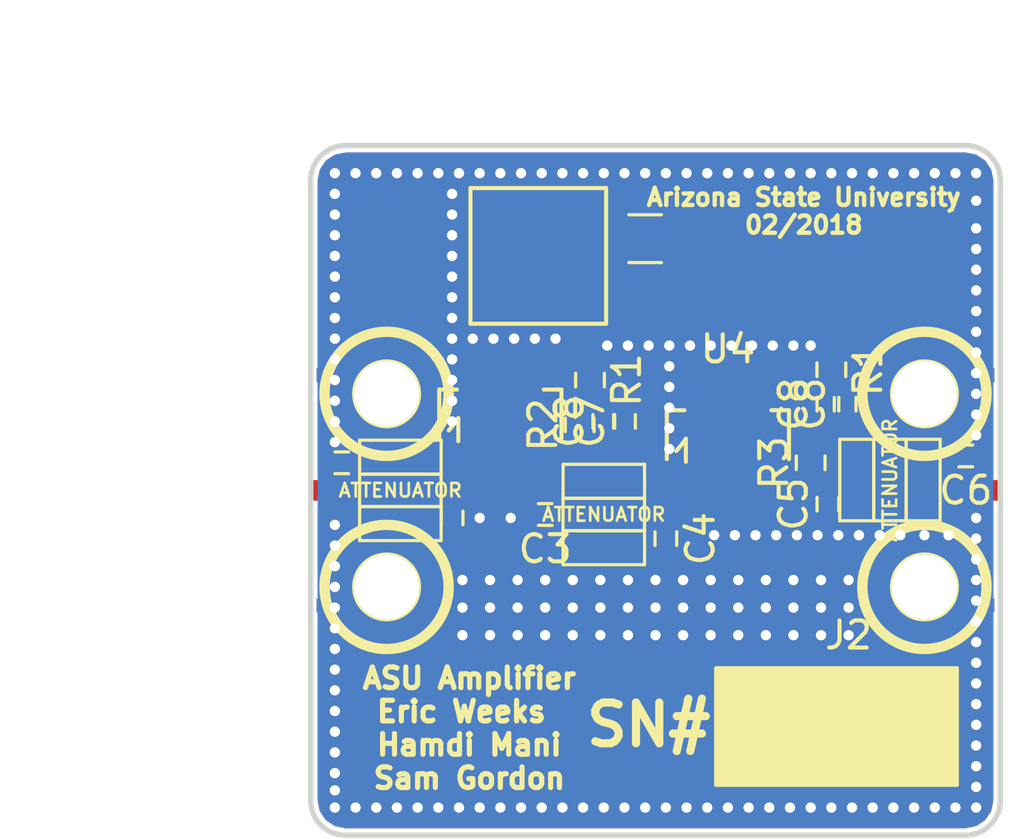
<source format=kicad_pcb>
(kicad_pcb (version 4) (host pcbnew 4.0.6)
  (layers (0 Top signal) (31 Bottom signal hide) (36 B.SilkS user) (37 F.SilkS user) (38 B.Mask user hide) (39 F.Mask user) (44 Edge.Cuts user))
  (net 0 "")
  (net 1 "Net-(C1-Pad1)")
  (net 2 "Net-(C1-Pad2)")
  (net 3 "Net-(C2-Pad1)")
  (net 4 "Net-(C2-Pad2)")
  (net 5 "Net-(C3-Pad1)")
  (net 6 "Net-(C3-Pad2)")
  (net 7 GND)
  (net 8 "Net-(C5-Pad1)")
  (net 9 "Net-(C6-Pad1)")
  (net 10 "Net-(C4-Pad1)")
  (net 11 "Net-(C4-Pad2)")
  (net 12 "Net-(C6-Pad2)")
  (net 13 "Net-(J3-Pad1)")
  (net 14 "Net-(C5-Pad2)")
  (net 15 "Net-(C7-Pad2)")
  (module EricWeeksFootprints:MountingHole (layer Top) (at 127.889 79.629 90)
    (fp_text reference "" hide)
    (fp_text value P*** hide)
    (pad 1 thru_hole circle (at 0 0 90) (size 0.508 0.508) (drill 0.381) (layers *.Cu *.Mask) (net 7 GND))
  )
  (module EricWeeksFootprints:MountingHole (layer Top) (at 136.017 62.992 90)
    (fp_text reference "" hide)
    (fp_text value P*** hide)
    (pad 1 thru_hole circle (at 0 0 90) (size 0.508 0.508) (drill 0.381) (layers *.Cu *.Mask) (net 7 GND))
  )
  (module EricWeeksFootprints:MountingHole (layer Top) (at 135.255 62.992 90)
    (fp_text reference "" hide)
    (fp_text value P*** hide)
    (pad 1 thru_hole circle (at 0 0 90) (size 0.508 0.508) (drill 0.381) (layers *.Cu *.Mask) (net 7 GND))
  )
  (module EricWeeksFootprints:MountingHole (layer Top) (at 134.493 62.992 90)
    (fp_text reference "" hide)
    (fp_text value P*** hide)
    (pad 1 thru_hole circle (at 0 0 90) (size 0.508 0.508) (drill 0.381) (layers *.Cu *.Mask) (net 7 GND))
  )
  (module EricWeeksFootprints:MountingHole (layer Top) (at 133.731 62.992 90)
    (fp_text reference "" hide)
    (fp_text value P*** hide)
    (pad 1 thru_hole circle (at 0 0 90) (size 0.508 0.508) (drill 0.381) (layers *.Cu *.Mask) (net 7 GND))
  )
  (module EricWeeksFootprints:MountingHole (layer Top) (at 132.969 62.992 90)
    (fp_text reference "" hide)
    (fp_text value P*** hide)
    (pad 1 thru_hole circle (at 0 0 90) (size 0.508 0.508) (drill 0.381) (layers *.Cu *.Mask) (net 7 GND))
  )
  (module EricWeeksFootprints:MountingHole (layer Top) (at 146.812 73.914 90)
    (fp_text reference "" hide)
    (fp_text value P*** hide)
    (pad 1 thru_hole circle (at 0 0 90) (size 0.508 0.508) (drill 0.381) (layers *.Cu *.Mask) (net 7 GND))
  )
  (module EricWeeksFootprints:MountingHole (layer Top) (at 145.796 73.914 90)
    (fp_text reference "" hide)
    (fp_text value P*** hide)
    (pad 1 thru_hole circle (at 0 0 90) (size 0.508 0.508) (drill 0.381) (layers *.Cu *.Mask) (net 7 GND))
  )
  (module EricWeeksFootprints:MountingHole (layer Top) (at 144.78 73.914 90)
    (fp_text reference "" hide)
    (fp_text value P*** hide)
    (pad 1 thru_hole circle (at 0 0 90) (size 0.508 0.508) (drill 0.381) (layers *.Cu *.Mask) (net 7 GND))
  )
  (module EricWeeksFootprints:MountingHole (layer Top) (at 143.764 73.914 90)
    (fp_text reference "" hide)
    (fp_text value P*** hide)
    (pad 1 thru_hole circle (at 0 0 90) (size 0.508 0.508) (drill 0.381) (layers *.Cu *.Mask) (net 7 GND))
  )
  (module EricWeeksFootprints:MountingHole (layer Top) (at 142.748 73.914 90)
    (fp_text reference "" hide)
    (fp_text value P*** hide)
    (pad 1 thru_hole circle (at 0 0 90) (size 0.508 0.508) (drill 0.381) (layers *.Cu *.Mask) (net 7 GND))
  )
  (module EricWeeksFootprints:MountingHole (layer Top) (at 141.732 73.914 90)
    (fp_text reference "" hide)
    (fp_text value P*** hide)
    (pad 1 thru_hole circle (at 0 0 90) (size 0.508 0.508) (drill 0.381) (layers *.Cu *.Mask) (net 7 GND))
  )
  (module EricWeeksFootprints:MountingHole (layer Top) (at 140.716 73.914 90)
    (fp_text reference "" hide)
    (fp_text value P*** hide)
    (pad 1 thru_hole circle (at 0 0 90) (size 0.508 0.508) (drill 0.381) (layers *.Cu *.Mask) (net 7 GND))
  )
  (module EricWeeksFootprints:MountingHole (layer Top) (at 139.7 73.914 90)
    (fp_text reference "" hide)
    (fp_text value P*** hide)
    (pad 1 thru_hole circle (at 0 0 90) (size 0.508 0.508) (drill 0.381) (layers *.Cu *.Mask) (net 7 GND))
  )
  (module EricWeeksFootprints:MountingHole (layer Top) (at 138.684 73.914 90)
    (fp_text reference "" hide)
    (fp_text value P*** hide)
    (pad 1 thru_hole circle (at 0 0 90) (size 0.508 0.508) (drill 0.381) (layers *.Cu *.Mask) (net 7 GND))
  )
  (module EricWeeksFootprints:MountingHole (layer Top) (at 137.668 73.914 90)
    (fp_text reference "" hide)
    (fp_text value P*** hide)
    (pad 1 thru_hole circle (at 0 0 90) (size 0.508 0.508) (drill 0.381) (layers *.Cu *.Mask) (net 7 GND))
  )
  (module EricWeeksFootprints:MountingHole (layer Top) (at 136.652 73.914 90)
    (fp_text reference "" hide)
    (fp_text value P*** hide)
    (pad 1 thru_hole circle (at 0 0 90) (size 0.508 0.508) (drill 0.381) (layers *.Cu *.Mask) (net 7 GND))
  )
  (module EricWeeksFootprints:MountingHole (layer Top) (at 135.636 73.914 90)
    (fp_text reference "" hide)
    (fp_text value P*** hide)
    (pad 1 thru_hole circle (at 0 0 90) (size 0.508 0.508) (drill 0.381) (layers *.Cu *.Mask) (net 7 GND))
  )
  (module EricWeeksFootprints:MountingHole (layer Top) (at 134.62 73.914 90)
    (fp_text reference "" hide)
    (fp_text value P*** hide)
    (pad 1 thru_hole circle (at 0 0 90) (size 0.508 0.508) (drill 0.381) (layers *.Cu *.Mask) (net 7 GND))
  )
  (module EricWeeksFootprints:MountingHole (layer Top) (at 133.604 73.914 90)
    (fp_text reference "" hide)
    (fp_text value P*** hide)
    (pad 1 thru_hole circle (at 0 0 90) (size 0.508 0.508) (drill 0.381) (layers *.Cu *.Mask) (net 7 GND))
  )
  (module EricWeeksFootprints:MountingHole (layer Top) (at 132.588 73.914 90)
    (fp_text reference "" hide)
    (fp_text value P*** hide)
    (pad 1 thru_hole circle (at 0 0 90) (size 0.508 0.508) (drill 0.381) (layers *.Cu *.Mask) (net 7 GND))
  )
  (module EricWeeksFootprints:MountingHole (layer Top) (at 146.812 72.898 90)
    (fp_text reference "" hide)
    (fp_text value P*** hide)
    (pad 1 thru_hole circle (at 0 0 90) (size 0.508 0.508) (drill 0.381) (layers *.Cu *.Mask) (net 7 GND))
  )
  (module EricWeeksFootprints:MountingHole (layer Top) (at 145.796 72.898 90)
    (fp_text reference "" hide)
    (fp_text value P*** hide)
    (pad 1 thru_hole circle (at 0 0 90) (size 0.508 0.508) (drill 0.381) (layers *.Cu *.Mask) (net 7 GND))
  )
  (module EricWeeksFootprints:MountingHole (layer Top) (at 144.78 72.898 90)
    (fp_text reference "" hide)
    (fp_text value P*** hide)
    (pad 1 thru_hole circle (at 0 0 90) (size 0.508 0.508) (drill 0.381) (layers *.Cu *.Mask) (net 7 GND))
  )
  (module EricWeeksFootprints:MountingHole (layer Top) (at 143.764 72.898 90)
    (fp_text reference "" hide)
    (fp_text value P*** hide)
    (pad 1 thru_hole circle (at 0 0 90) (size 0.508 0.508) (drill 0.381) (layers *.Cu *.Mask) (net 7 GND))
  )
  (module EricWeeksFootprints:MountingHole (layer Top) (at 142.748 72.898 90)
    (fp_text reference "" hide)
    (fp_text value P*** hide)
    (pad 1 thru_hole circle (at 0 0 90) (size 0.508 0.508) (drill 0.381) (layers *.Cu *.Mask) (net 7 GND))
  )
  (module EricWeeksFootprints:MountingHole (layer Top) (at 141.732 72.898 90)
    (fp_text reference "" hide)
    (fp_text value P*** hide)
    (pad 1 thru_hole circle (at 0 0 90) (size 0.508 0.508) (drill 0.381) (layers *.Cu *.Mask) (net 7 GND))
  )
  (module EricWeeksFootprints:MountingHole (layer Top) (at 140.716 72.898 90)
    (fp_text reference "" hide)
    (fp_text value P*** hide)
    (pad 1 thru_hole circle (at 0 0 90) (size 0.508 0.508) (drill 0.381) (layers *.Cu *.Mask) (net 7 GND))
  )
  (module EricWeeksFootprints:MountingHole (layer Top) (at 139.7 72.898 90)
    (fp_text reference "" hide)
    (fp_text value P*** hide)
    (pad 1 thru_hole circle (at 0 0 90) (size 0.508 0.508) (drill 0.381) (layers *.Cu *.Mask) (net 7 GND))
  )
  (module EricWeeksFootprints:MountingHole (layer Top) (at 138.684 72.898 90)
    (fp_text reference "" hide)
    (fp_text value P*** hide)
    (pad 1 thru_hole circle (at 0 0 90) (size 0.508 0.508) (drill 0.381) (layers *.Cu *.Mask) (net 7 GND))
  )
  (module EricWeeksFootprints:MountingHole (layer Top) (at 137.668 72.898 90)
    (fp_text reference "" hide)
    (fp_text value P*** hide)
    (pad 1 thru_hole circle (at 0 0 90) (size 0.508 0.508) (drill 0.381) (layers *.Cu *.Mask) (net 7 GND))
  )
  (module EricWeeksFootprints:MountingHole (layer Top) (at 136.652 72.898 90)
    (fp_text reference "" hide)
    (fp_text value P*** hide)
    (pad 1 thru_hole circle (at 0 0 90) (size 0.508 0.508) (drill 0.381) (layers *.Cu *.Mask) (net 7 GND))
  )
  (module EricWeeksFootprints:MountingHole (layer Top) (at 135.636 72.898 90)
    (fp_text reference "" hide)
    (fp_text value P*** hide)
    (pad 1 thru_hole circle (at 0 0 90) (size 0.508 0.508) (drill 0.381) (layers *.Cu *.Mask) (net 7 GND))
  )
  (module EricWeeksFootprints:MountingHole (layer Top) (at 134.62 72.898 90)
    (fp_text reference "" hide)
    (fp_text value P*** hide)
    (pad 1 thru_hole circle (at 0 0 90) (size 0.508 0.508) (drill 0.381) (layers *.Cu *.Mask) (net 7 GND))
  )
  (module EricWeeksFootprints:MountingHole (layer Top) (at 133.604 72.898 90)
    (fp_text reference "" hide)
    (fp_text value P*** hide)
    (pad 1 thru_hole circle (at 0 0 90) (size 0.508 0.508) (drill 0.381) (layers *.Cu *.Mask) (net 7 GND))
  )
  (module EricWeeksFootprints:MountingHole (layer Top) (at 132.588 72.898 90)
    (fp_text reference "" hide)
    (fp_text value P*** hide)
    (pad 1 thru_hole circle (at 0 0 90) (size 0.508 0.508) (drill 0.381) (layers *.Cu *.Mask) (net 7 GND))
  )
  (module EricWeeksFootprints:MountingHole (layer Top) (at 146.812 71.882 90)
    (fp_text reference "" hide)
    (fp_text value P*** hide)
    (pad 1 thru_hole circle (at 0 0 90) (size 0.508 0.508) (drill 0.381) (layers *.Cu *.Mask) (net 7 GND))
  )
  (module EricWeeksFootprints:MountingHole (layer Top) (at 145.796 71.882 90)
    (fp_text reference "" hide)
    (fp_text value P*** hide)
    (pad 1 thru_hole circle (at 0 0 90) (size 0.508 0.508) (drill 0.381) (layers *.Cu *.Mask) (net 7 GND))
  )
  (module EricWeeksFootprints:MountingHole (layer Top) (at 144.78 71.882 90)
    (fp_text reference "" hide)
    (fp_text value P*** hide)
    (pad 1 thru_hole circle (at 0 0 90) (size 0.508 0.508) (drill 0.381) (layers *.Cu *.Mask) (net 7 GND))
  )
  (module EricWeeksFootprints:MountingHole (layer Top) (at 143.764 71.882 90)
    (fp_text reference "" hide)
    (fp_text value P*** hide)
    (pad 1 thru_hole circle (at 0 0 90) (size 0.508 0.508) (drill 0.381) (layers *.Cu *.Mask) (net 7 GND))
  )
  (module EricWeeksFootprints:MountingHole (layer Top) (at 142.748 71.882 90)
    (fp_text reference "" hide)
    (fp_text value P*** hide)
    (pad 1 thru_hole circle (at 0 0 90) (size 0.508 0.508) (drill 0.381) (layers *.Cu *.Mask) (net 7 GND))
  )
  (module EricWeeksFootprints:MountingHole (layer Top) (at 141.732 71.882 90)
    (fp_text reference "" hide)
    (fp_text value P*** hide)
    (pad 1 thru_hole circle (at 0 0 90) (size 0.508 0.508) (drill 0.381) (layers *.Cu *.Mask) (net 7 GND))
  )
  (module EricWeeksFootprints:MountingHole (layer Top) (at 140.716 71.882 90)
    (fp_text reference "" hide)
    (fp_text value P*** hide)
    (pad 1 thru_hole circle (at 0 0 90) (size 0.508 0.508) (drill 0.381) (layers *.Cu *.Mask) (net 7 GND))
  )
  (module EricWeeksFootprints:MountingHole (layer Top) (at 139.7 71.882 90)
    (fp_text reference "" hide)
    (fp_text value P*** hide)
    (pad 1 thru_hole circle (at 0 0 90) (size 0.508 0.508) (drill 0.381) (layers *.Cu *.Mask) (net 7 GND))
  )
  (module EricWeeksFootprints:MountingHole (layer Top) (at 138.684 71.882 90)
    (fp_text reference "" hide)
    (fp_text value P*** hide)
    (pad 1 thru_hole circle (at 0 0 90) (size 0.508 0.508) (drill 0.381) (layers *.Cu *.Mask) (net 7 GND))
  )
  (module EricWeeksFootprints:MountingHole (layer Top) (at 137.668 71.882 90)
    (fp_text reference "" hide)
    (fp_text value P*** hide)
    (pad 1 thru_hole circle (at 0 0 90) (size 0.508 0.508) (drill 0.381) (layers *.Cu *.Mask) (net 7 GND))
  )
  (module EricWeeksFootprints:MountingHole (layer Top) (at 136.652 71.882 90)
    (fp_text reference "" hide)
    (fp_text value P*** hide)
    (pad 1 thru_hole circle (at 0 0 90) (size 0.508 0.508) (drill 0.381) (layers *.Cu *.Mask) (net 7 GND))
  )
  (module EricWeeksFootprints:MountingHole (layer Top) (at 135.636 71.882 90)
    (fp_text reference "" hide)
    (fp_text value P*** hide)
    (pad 1 thru_hole circle (at 0 0 90) (size 0.508 0.508) (drill 0.381) (layers *.Cu *.Mask) (net 7 GND))
  )
  (module EricWeeksFootprints:MountingHole (layer Top) (at 134.62 71.882 90)
    (fp_text reference "" hide)
    (fp_text value P*** hide)
    (pad 1 thru_hole circle (at 0 0 90) (size 0.508 0.508) (drill 0.381) (layers *.Cu *.Mask) (net 7 GND))
  )
  (module EricWeeksFootprints:MountingHole (layer Top) (at 133.604 71.882 90)
    (fp_text reference "" hide)
    (fp_text value P*** hide)
    (pad 1 thru_hole circle (at 0 0 90) (size 0.508 0.508) (drill 0.381) (layers *.Cu *.Mask) (net 7 GND))
  )
  (module EricWeeksFootprints:MountingHole (layer Top) (at 132.588 71.882 90)
    (fp_text reference "" hide)
    (fp_text value P*** hide)
    (pad 1 thru_hole circle (at 0 0 90) (size 0.508 0.508) (drill 0.381) (layers *.Cu *.Mask) (net 7 GND))
  )
  (module EricWeeksFootprints:MountingHole (layer Top) (at 140.208 67.056 90)
    (fp_text reference "" hide)
    (fp_text value P*** hide)
    (pad 1 thru_hole circle (at 0 0 90) (size 0.508 0.508) (drill 0.381) (layers *.Cu *.Mask) (net 7 GND))
  )
  (module EricWeeksFootprints:MountingHole (layer Top) (at 140.208 66.294 90)
    (fp_text reference "" hide)
    (fp_text value P*** hide)
    (pad 1 thru_hole circle (at 0 0 90) (size 0.508 0.508) (drill 0.381) (layers *.Cu *.Mask) (net 7 GND))
  )
  (module EricWeeksFootprints:MountingHole (layer Top) (at 140.208 65.532 90)
    (fp_text reference "" hide)
    (fp_text value P*** hide)
    (pad 1 thru_hole circle (at 0 0 90) (size 0.508 0.508) (drill 0.381) (layers *.Cu *.Mask) (net 7 GND))
  )
  (module EricWeeksFootprints:MountingHole (layer Top) (at 140.208 64.77 90)
    (fp_text reference "" hide)
    (fp_text value P*** hide)
    (pad 1 thru_hole circle (at 0 0 90) (size 0.508 0.508) (drill 0.381) (layers *.Cu *.Mask) (net 7 GND))
  )
  (module EricWeeksFootprints:MountingHole (layer Top) (at 140.208 64.008 90)
    (fp_text reference "" hide)
    (fp_text value P*** hide)
    (pad 1 thru_hole circle (at 0 0 90) (size 0.508 0.508) (drill 0.381) (layers *.Cu *.Mask) (net 7 GND))
  )
  (module EricWeeksFootprints:MountingHole (layer Top) (at 150.495 70.231 90)
    (fp_text reference "" hide)
    (fp_text value P*** hide)
    (pad 1 thru_hole circle (at 0 0 90) (size 0.508 0.508) (drill 0.381) (layers *.Cu *.Mask) (net 7 GND))
  )
  (module EricWeeksFootprints:MountingHole (layer Top) (at 149.606 70.231 90)
    (fp_text reference "" hide)
    (fp_text value P*** hide)
    (pad 1 thru_hole circle (at 0 0 90) (size 0.508 0.508) (drill 0.381) (layers *.Cu *.Mask) (net 7 GND))
  )
  (module EricWeeksFootprints:MountingHole (layer Top) (at 148.717 70.231 90)
    (fp_text reference "" hide)
    (fp_text value P*** hide)
    (pad 1 thru_hole circle (at 0 0 90) (size 0.508 0.508) (drill 0.381) (layers *.Cu *.Mask) (net 7 GND))
  )
  (module EricWeeksFootprints:MountingHole (layer Top) (at 147.955 70.231 90)
    (fp_text reference "" hide)
    (fp_text value P*** hide)
    (pad 1 thru_hole circle (at 0 0 90) (size 0.508 0.508) (drill 0.381) (layers *.Cu *.Mask) (net 7 GND))
  )
  (module EricWeeksFootprints:MountingHole (layer Top) (at 147.193 70.231 90)
    (fp_text reference "" hide)
    (fp_text value P*** hide)
    (pad 1 thru_hole circle (at 0 0 90) (size 0.508 0.508) (drill 0.381) (layers *.Cu *.Mask) (net 7 GND))
  )
  (module EricWeeksFootprints:MountingHole (layer Top) (at 146.431 70.231 90)
    (fp_text reference "" hide)
    (fp_text value P*** hide)
    (pad 1 thru_hole circle (at 0 0 90) (size 0.508 0.508) (drill 0.381) (layers *.Cu *.Mask) (net 7 GND))
  )
  (module EricWeeksFootprints:MountingHole (layer Top) (at 145.669 70.231 90)
    (fp_text reference "" hide)
    (fp_text value P*** hide)
    (pad 1 thru_hole circle (at 0 0 90) (size 0.508 0.508) (drill 0.381) (layers *.Cu *.Mask) (net 7 GND))
  )
  (module EricWeeksFootprints:MountingHole (layer Top) (at 144.907 70.231 90)
    (fp_text reference "" hide)
    (fp_text value P*** hide)
    (pad 1 thru_hole circle (at 0 0 90) (size 0.508 0.508) (drill 0.381) (layers *.Cu *.Mask) (net 7 GND))
  )
  (module EricWeeksFootprints:MountingHole (layer Top) (at 144.145 70.231 90)
    (fp_text reference "" hide)
    (fp_text value P*** hide)
    (pad 1 thru_hole circle (at 0 0 90) (size 0.508 0.508) (drill 0.381) (layers *.Cu *.Mask) (net 7 GND))
  )
  (module EricWeeksFootprints:MountingHole (layer Top) (at 143.383 70.231 90)
    (fp_text reference "" hide)
    (fp_text value P*** hide)
    (pad 1 thru_hole circle (at 0 0 90) (size 0.508 0.508) (drill 0.381) (layers *.Cu *.Mask) (net 7 GND))
  )
  (module EricWeeksFootprints:MountingHole (layer Top) (at 142.621 70.231 90)
    (fp_text reference "" hide)
    (fp_text value P*** hide)
    (pad 1 thru_hole circle (at 0 0 90) (size 0.508 0.508) (drill 0.381) (layers *.Cu *.Mask) (net 7 GND))
  )
  (module EricWeeksFootprints:MountingHole (layer Top) (at 141.859 70.231 90)
    (fp_text reference "" hide)
    (fp_text value P*** hide)
    (pad 1 thru_hole circle (at 0 0 90) (size 0.508 0.508) (drill 0.381) (layers *.Cu *.Mask) (net 7 GND))
  )
  (module EricWeeksFootprints:MountingHole (layer Top) (at 134.366 69.596 90)
    (fp_text reference "" hide)
    (fp_text value P*** hide)
    (pad 1 thru_hole circle (at 0 0 90) (size 0.508 0.508) (drill 0.381) (layers *.Cu *.Mask) (net 7 GND))
  )
  (module EricWeeksFootprints:MountingHole (layer Top) (at 133.223 69.596 90)
    (fp_text reference "" hide)
    (fp_text value P*** hide)
    (pad 1 thru_hole circle (at 0 0 90) (size 0.508 0.508) (drill 0.381) (layers *.Cu *.Mask) (net 7 GND))
  )
  (module EricWeeksFootprints:MountingHole (layer Top) (at 132.207 57.658 90)
    (fp_text reference "" hide)
    (fp_text value P*** hide)
    (pad 1 thru_hole circle (at 0 0 90) (size 0.508 0.508) (drill 0.381) (layers *.Cu *.Mask) (net 7 GND))
  )
  (module EricWeeksFootprints:MountingHole (layer Top) (at 132.207 58.42 90)
    (fp_text reference "" hide)
    (fp_text value P*** hide)
    (pad 1 thru_hole circle (at 0 0 90) (size 0.508 0.508) (drill 0.381) (layers *.Cu *.Mask) (net 7 GND))
  )
  (module EricWeeksFootprints:MountingHole (layer Top) (at 132.207 59.182 90)
    (fp_text reference "" hide)
    (fp_text value P*** hide)
    (pad 1 thru_hole circle (at 0 0 90) (size 0.508 0.508) (drill 0.381) (layers *.Cu *.Mask) (net 7 GND))
  )
  (module EricWeeksFootprints:MountingHole (layer Top) (at 132.207 59.944 90)
    (fp_text reference "" hide)
    (fp_text value P*** hide)
    (pad 1 thru_hole circle (at 0 0 90) (size 0.508 0.508) (drill 0.381) (layers *.Cu *.Mask) (net 7 GND))
  )
  (module EricWeeksFootprints:MountingHole (layer Top) (at 132.207 60.706 90)
    (fp_text reference "" hide)
    (fp_text value P*** hide)
    (pad 1 thru_hole circle (at 0 0 90) (size 0.508 0.508) (drill 0.381) (layers *.Cu *.Mask) (net 7 GND))
  )
  (module EricWeeksFootprints:MountingHole (layer Top) (at 132.207 61.468 90)
    (fp_text reference "" hide)
    (fp_text value P*** hide)
    (pad 1 thru_hole circle (at 0 0 90) (size 0.508 0.508) (drill 0.381) (layers *.Cu *.Mask) (net 7 GND))
  )
  (module EricWeeksFootprints:MountingHole (layer Top) (at 132.207 62.23 90)
    (fp_text reference "" hide)
    (fp_text value P*** hide)
    (pad 1 thru_hole circle (at 0 0 90) (size 0.508 0.508) (drill 0.381) (layers *.Cu *.Mask) (net 7 GND))
  )
  (module EricWeeksFootprints:MountingHole (layer Top) (at 132.207 62.992 90)
    (fp_text reference "" hide)
    (fp_text value P*** hide)
    (pad 1 thru_hole circle (at 0 0 90) (size 0.508 0.508) (drill 0.381) (layers *.Cu *.Mask) (net 7 GND))
  )
  (module EricWeeksFootprints:MountingHole (layer Top) (at 132.207 63.754 90)
    (fp_text reference "" hide)
    (fp_text value P*** hide)
    (pad 1 thru_hole circle (at 0 0 90) (size 0.508 0.508) (drill 0.381) (layers *.Cu *.Mask) (net 7 GND))
  )
  (module EricWeeksFootprints:MountingHole (layer Top) (at 132.207 64.516 90)
    (fp_text reference "" hide)
    (fp_text value P*** hide)
    (pad 1 thru_hole circle (at 0 0 90) (size 0.508 0.508) (drill 0.381) (layers *.Cu *.Mask) (net 7 GND))
  )
  (module EricWeeksFootprints:MountingHole (layer Top) (at 132.207 65.278 90)
    (fp_text reference "" hide)
    (fp_text value P*** hide)
    (pad 1 thru_hole circle (at 0 0 90) (size 0.508 0.508) (drill 0.381) (layers *.Cu *.Mask) (net 7 GND))
  )
  (module EricWeeksFootprints:MountingHole (layer Top) (at 132.207 66.04 90)
    (fp_text reference "" hide)
    (fp_text value P*** hide)
    (pad 1 thru_hole circle (at 0 0 90) (size 0.508 0.508) (drill 0.381) (layers *.Cu *.Mask) (net 7 GND))
  )
  (module EricWeeksFootprints:MountingHole (layer Top) (at 151.511 57.912 90)
    (fp_text reference "" hide)
    (fp_text value P*** hide)
    (pad 1 thru_hole circle (at 0 0 90) (size 0.508 0.508) (drill 0.381) (layers *.Cu *.Mask) (net 7 GND))
  )
  (module EricWeeksFootprints:MountingHole (layer Top) (at 151.511 58.928 90)
    (fp_text reference "" hide)
    (fp_text value P*** hide)
    (pad 1 thru_hole circle (at 0 0 90) (size 0.508 0.508) (drill 0.381) (layers *.Cu *.Mask) (net 7 GND))
  )
  (module EricWeeksFootprints:MountingHole (layer Top) (at 151.511 59.69 90)
    (fp_text reference "" hide)
    (fp_text value P*** hide)
    (pad 1 thru_hole circle (at 0 0 90) (size 0.508 0.508) (drill 0.381) (layers *.Cu *.Mask) (net 7 GND))
  )
  (module EricWeeksFootprints:MountingHole (layer Top) (at 151.511 60.452 90)
    (fp_text reference "" hide)
    (fp_text value P*** hide)
    (pad 1 thru_hole circle (at 0 0 90) (size 0.508 0.508) (drill 0.381) (layers *.Cu *.Mask) (net 7 GND))
  )
  (module EricWeeksFootprints:MountingHole (layer Top) (at 151.511 61.214 90)
    (fp_text reference "" hide)
    (fp_text value P*** hide)
    (pad 1 thru_hole circle (at 0 0 90) (size 0.508 0.508) (drill 0.381) (layers *.Cu *.Mask) (net 7 GND))
  )
  (module EricWeeksFootprints:MountingHole (layer Top) (at 151.511 61.976 90)
    (fp_text reference "" hide)
    (fp_text value P*** hide)
    (pad 1 thru_hole circle (at 0 0 90) (size 0.508 0.508) (drill 0.381) (layers *.Cu *.Mask) (net 7 GND))
  )
  (module EricWeeksFootprints:MountingHole (layer Top) (at 151.511 62.738 90)
    (fp_text reference "" hide)
    (fp_text value P*** hide)
    (pad 1 thru_hole circle (at 0 0 90) (size 0.508 0.508) (drill 0.381) (layers *.Cu *.Mask) (net 7 GND))
  )
  (module EricWeeksFootprints:MountingHole (layer Top) (at 151.511 63.5 90)
    (fp_text reference "" hide)
    (fp_text value P*** hide)
    (pad 1 thru_hole circle (at 0 0 90) (size 0.508 0.508) (drill 0.381) (layers *.Cu *.Mask) (net 7 GND))
  )
  (module EricWeeksFootprints:MountingHole (layer Top) (at 151.511 64.262 90)
    (fp_text reference "" hide)
    (fp_text value P*** hide)
    (pad 1 thru_hole circle (at 0 0 90) (size 0.508 0.508) (drill 0.381) (layers *.Cu *.Mask) (net 7 GND))
  )
  (module EricWeeksFootprints:MountingHole (layer Top) (at 151.511 65.024 90)
    (fp_text reference "" hide)
    (fp_text value P*** hide)
    (pad 1 thru_hole circle (at 0 0 90) (size 0.508 0.508) (drill 0.381) (layers *.Cu *.Mask) (net 7 GND))
  )
  (module EricWeeksFootprints:MountingHole (layer Top) (at 151.511 65.786 90)
    (fp_text reference "" hide)
    (fp_text value P*** hide)
    (pad 1 thru_hole circle (at 0 0 90) (size 0.508 0.508) (drill 0.381) (layers *.Cu *.Mask) (net 7 GND))
  )
  (module EricWeeksFootprints:MountingHole (layer Top) (at 151.511 66.548 90)
    (fp_text reference "" hide)
    (fp_text value P*** hide)
    (pad 1 thru_hole circle (at 0 0 90) (size 0.508 0.508) (drill 0.381) (layers *.Cu *.Mask) (net 7 GND))
  )
  (module EricWeeksFootprints:MountingHole (layer Top) (at 151.511 69.596 90)
    (fp_text reference "" hide)
    (fp_text value P*** hide)
    (pad 1 thru_hole circle (at 0 0 90) (size 0.508 0.508) (drill 0.381) (layers *.Cu *.Mask) (net 7 GND))
  )
  (module EricWeeksFootprints:MountingHole (layer Top) (at 151.511 70.358 90)
    (fp_text reference "" hide)
    (fp_text value P*** hide)
    (pad 1 thru_hole circle (at 0 0 90) (size 0.508 0.508) (drill 0.381) (layers *.Cu *.Mask) (net 7 GND))
  )
  (module EricWeeksFootprints:MountingHole (layer Top) (at 151.511 71.12 90)
    (fp_text reference "" hide)
    (fp_text value P*** hide)
    (pad 1 thru_hole circle (at 0 0 90) (size 0.508 0.508) (drill 0.381) (layers *.Cu *.Mask) (net 7 GND))
  )
  (module EricWeeksFootprints:MountingHole (layer Top) (at 151.511 71.882 90)
    (fp_text reference "" hide)
    (fp_text value P*** hide)
    (pad 1 thru_hole circle (at 0 0 90) (size 0.508 0.508) (drill 0.381) (layers *.Cu *.Mask) (net 7 GND))
  )
  (module EricWeeksFootprints:MountingHole (layer Top) (at 151.511 72.644 90)
    (fp_text reference "" hide)
    (fp_text value P*** hide)
    (pad 1 thru_hole circle (at 0 0 90) (size 0.508 0.508) (drill 0.381) (layers *.Cu *.Mask) (net 7 GND))
  )
  (module EricWeeksFootprints:MountingHole (layer Top) (at 151.511 73.406 90)
    (fp_text reference "" hide)
    (fp_text value P*** hide)
    (pad 1 thru_hole circle (at 0 0 90) (size 0.508 0.508) (drill 0.381) (layers *.Cu *.Mask) (net 7 GND))
  )
  (module EricWeeksFootprints:MountingHole (layer Top) (at 151.511 74.168 90)
    (fp_text reference "" hide)
    (fp_text value P*** hide)
    (pad 1 thru_hole circle (at 0 0 90) (size 0.508 0.508) (drill 0.381) (layers *.Cu *.Mask) (net 7 GND))
  )
  (module EricWeeksFootprints:MountingHole (layer Top) (at 151.511 74.93 90)
    (fp_text reference "" hide)
    (fp_text value P*** hide)
    (pad 1 thru_hole circle (at 0 0 90) (size 0.508 0.508) (drill 0.381) (layers *.Cu *.Mask) (net 7 GND))
  )
  (module EricWeeksFootprints:MountingHole (layer Top) (at 151.511 75.692 90)
    (fp_text reference "" hide)
    (fp_text value P*** hide)
    (pad 1 thru_hole circle (at 0 0 90) (size 0.508 0.508) (drill 0.381) (layers *.Cu *.Mask) (net 7 GND))
  )
  (module EricWeeksFootprints:MountingHole (layer Top) (at 151.511 76.454 90)
    (fp_text reference "" hide)
    (fp_text value P*** hide)
    (pad 1 thru_hole circle (at 0 0 90) (size 0.508 0.508) (drill 0.381) (layers *.Cu *.Mask) (net 7 GND))
  )
  (module EricWeeksFootprints:MountingHole (layer Top) (at 151.511 77.216 90)
    (fp_text reference "" hide)
    (fp_text value P*** hide)
    (pad 1 thru_hole circle (at 0 0 90) (size 0.508 0.508) (drill 0.381) (layers *.Cu *.Mask) (net 7 GND))
  )
  (module EricWeeksFootprints:MountingHole (layer Top) (at 151.511 77.978 90)
    (fp_text reference "" hide)
    (fp_text value P*** hide)
    (pad 1 thru_hole circle (at 0 0 90) (size 0.508 0.508) (drill 0.381) (layers *.Cu *.Mask) (net 7 GND))
  )
  (module EricWeeksFootprints:MountingHole (layer Top) (at 151.511 78.74 90)
    (fp_text reference "" hide)
    (fp_text value P*** hide)
    (pad 1 thru_hole circle (at 0 0 90) (size 0.508 0.508) (drill 0.381) (layers *.Cu *.Mask) (net 7 GND))
  )
  (module EricWeeksFootprints:MountingHole (layer Top) (at 151.511 79.502 90)
    (fp_text reference "" hide)
    (fp_text value P*** hide)
    (pad 1 thru_hole circle (at 0 0 90) (size 0.508 0.508) (drill 0.381) (layers *.Cu *.Mask) (net 7 GND))
  )
  (module EricWeeksFootprints:MountingHole (layer Top) (at 151.511 80.264 90)
    (fp_text reference "" hide)
    (fp_text value P*** hide)
    (pad 1 thru_hole circle (at 0 0 90) (size 0.508 0.508) (drill 0.381) (layers *.Cu *.Mask) (net 7 GND))
  )
  (module EricWeeksFootprints:MountingHole (layer Top) (at 150.749 80.264 90)
    (fp_text reference "" hide)
    (fp_text value P*** hide)
    (pad 1 thru_hole circle (at 0 0 90) (size 0.508 0.508) (drill 0.381) (layers *.Cu *.Mask) (net 7 GND))
  )
  (module EricWeeksFootprints:MountingHole (layer Top) (at 149.987 80.264 90)
    (fp_text reference "" hide)
    (fp_text value P*** hide)
    (pad 1 thru_hole circle (at 0 0 90) (size 0.508 0.508) (drill 0.381) (layers *.Cu *.Mask) (net 7 GND))
  )
  (module EricWeeksFootprints:MountingHole (layer Top) (at 149.225 80.264 90)
    (fp_text reference "" hide)
    (fp_text value P*** hide)
    (pad 1 thru_hole circle (at 0 0 90) (size 0.508 0.508) (drill 0.381) (layers *.Cu *.Mask) (net 7 GND))
  )
  (module EricWeeksFootprints:MountingHole (layer Top) (at 148.463 80.264 90)
    (fp_text reference "" hide)
    (fp_text value P*** hide)
    (pad 1 thru_hole circle (at 0 0 90) (size 0.508 0.508) (drill 0.381) (layers *.Cu *.Mask) (net 7 GND))
  )
  (module EricWeeksFootprints:MountingHole (layer Top) (at 147.701 80.264 90)
    (fp_text reference "" hide)
    (fp_text value P*** hide)
    (pad 1 thru_hole circle (at 0 0 90) (size 0.508 0.508) (drill 0.381) (layers *.Cu *.Mask) (net 7 GND))
  )
  (module EricWeeksFootprints:MountingHole (layer Top) (at 146.939 80.264 90)
    (fp_text reference "" hide)
    (fp_text value P*** hide)
    (pad 1 thru_hole circle (at 0 0 90) (size 0.508 0.508) (drill 0.381) (layers *.Cu *.Mask) (net 7 GND))
  )
  (module EricWeeksFootprints:MountingHole (layer Top) (at 146.177 80.264 90)
    (fp_text reference "" hide)
    (fp_text value P*** hide)
    (pad 1 thru_hole circle (at 0 0 90) (size 0.508 0.508) (drill 0.381) (layers *.Cu *.Mask) (net 7 GND))
  )
  (module EricWeeksFootprints:MountingHole (layer Top) (at 145.415 80.264 90)
    (fp_text reference "" hide)
    (fp_text value P*** hide)
    (pad 1 thru_hole circle (at 0 0 90) (size 0.508 0.508) (drill 0.381) (layers *.Cu *.Mask) (net 7 GND))
  )
  (module EricWeeksFootprints:MountingHole (layer Top) (at 144.653 80.264 90)
    (fp_text reference "" hide)
    (fp_text value P*** hide)
    (pad 1 thru_hole circle (at 0 0 90) (size 0.508 0.508) (drill 0.381) (layers *.Cu *.Mask) (net 7 GND))
  )
  (module EricWeeksFootprints:MountingHole (layer Top) (at 143.891 80.264 90)
    (fp_text reference "" hide)
    (fp_text value P*** hide)
    (pad 1 thru_hole circle (at 0 0 90) (size 0.508 0.508) (drill 0.381) (layers *.Cu *.Mask) (net 7 GND))
  )
  (module EricWeeksFootprints:MountingHole (layer Top) (at 143.129 80.264 90)
    (fp_text reference "" hide)
    (fp_text value P*** hide)
    (pad 1 thru_hole circle (at 0 0 90) (size 0.508 0.508) (drill 0.381) (layers *.Cu *.Mask) (net 7 GND))
  )
  (module EricWeeksFootprints:MountingHole (layer Top) (at 142.367 80.264 90)
    (fp_text reference "" hide)
    (fp_text value P*** hide)
    (pad 1 thru_hole circle (at 0 0 90) (size 0.508 0.508) (drill 0.381) (layers *.Cu *.Mask) (net 7 GND))
  )
  (module EricWeeksFootprints:MountingHole (layer Top) (at 141.605 80.264 90)
    (fp_text reference "" hide)
    (fp_text value P*** hide)
    (pad 1 thru_hole circle (at 0 0 90) (size 0.508 0.508) (drill 0.381) (layers *.Cu *.Mask) (net 7 GND))
  )
  (module EricWeeksFootprints:MountingHole (layer Top) (at 140.843 80.264 90)
    (fp_text reference "" hide)
    (fp_text value P*** hide)
    (pad 1 thru_hole circle (at 0 0 90) (size 0.508 0.508) (drill 0.381) (layers *.Cu *.Mask) (net 7 GND))
  )
  (module EricWeeksFootprints:MountingHole (layer Top) (at 140.081 80.264 90)
    (fp_text reference "" hide)
    (fp_text value P*** hide)
    (pad 1 thru_hole circle (at 0 0 90) (size 0.508 0.508) (drill 0.381) (layers *.Cu *.Mask) (net 7 GND))
  )
  (module EricWeeksFootprints:MountingHole (layer Top) (at 139.319 80.264 90)
    (fp_text reference "" hide)
    (fp_text value P*** hide)
    (pad 1 thru_hole circle (at 0 0 90) (size 0.508 0.508) (drill 0.381) (layers *.Cu *.Mask) (net 7 GND))
  )
  (module EricWeeksFootprints:MountingHole (layer Top) (at 138.557 80.264 90)
    (fp_text reference "" hide)
    (fp_text value P*** hide)
    (pad 1 thru_hole circle (at 0 0 90) (size 0.508 0.508) (drill 0.381) (layers *.Cu *.Mask) (net 7 GND))
  )
  (module EricWeeksFootprints:MountingHole (layer Top) (at 137.795 80.264 90)
    (fp_text reference "" hide)
    (fp_text value P*** hide)
    (pad 1 thru_hole circle (at 0 0 90) (size 0.508 0.508) (drill 0.381) (layers *.Cu *.Mask) (net 7 GND))
  )
  (module EricWeeksFootprints:MountingHole (layer Top) (at 137.033 80.264 90)
    (fp_text reference "" hide)
    (fp_text value P*** hide)
    (pad 1 thru_hole circle (at 0 0 90) (size 0.508 0.508) (drill 0.381) (layers *.Cu *.Mask) (net 7 GND))
  )
  (module EricWeeksFootprints:MountingHole (layer Top) (at 136.271 80.264 90)
    (fp_text reference "" hide)
    (fp_text value P*** hide)
    (pad 1 thru_hole circle (at 0 0 90) (size 0.508 0.508) (drill 0.381) (layers *.Cu *.Mask) (net 7 GND))
  )
  (module EricWeeksFootprints:MountingHole (layer Top) (at 135.509 80.264 90)
    (fp_text reference "" hide)
    (fp_text value P*** hide)
    (pad 1 thru_hole circle (at 0 0 90) (size 0.508 0.508) (drill 0.381) (layers *.Cu *.Mask) (net 7 GND))
  )
  (module EricWeeksFootprints:MountingHole (layer Top) (at 134.747 80.264 90)
    (fp_text reference "" hide)
    (fp_text value P*** hide)
    (pad 1 thru_hole circle (at 0 0 90) (size 0.508 0.508) (drill 0.381) (layers *.Cu *.Mask) (net 7 GND))
  )
  (module EricWeeksFootprints:MountingHole (layer Top) (at 133.985 80.264 90)
    (fp_text reference "" hide)
    (fp_text value P*** hide)
    (pad 1 thru_hole circle (at 0 0 90) (size 0.508 0.508) (drill 0.381) (layers *.Cu *.Mask) (net 7 GND))
  )
  (module EricWeeksFootprints:MountingHole (layer Top) (at 133.223 80.264 90)
    (fp_text reference "" hide)
    (fp_text value P*** hide)
    (pad 1 thru_hole circle (at 0 0 90) (size 0.508 0.508) (drill 0.381) (layers *.Cu *.Mask) (net 7 GND))
  )
  (module EricWeeksFootprints:MountingHole (layer Top) (at 132.461 80.264 90)
    (fp_text reference "" hide)
    (fp_text value P*** hide)
    (pad 1 thru_hole circle (at 0 0 90) (size 0.508 0.508) (drill 0.381) (layers *.Cu *.Mask) (net 7 GND))
  )
  (module EricWeeksFootprints:MountingHole (layer Top) (at 131.699 80.264 90)
    (fp_text reference "" hide)
    (fp_text value P*** hide)
    (pad 1 thru_hole circle (at 0 0 90) (size 0.508 0.508) (drill 0.381) (layers *.Cu *.Mask) (net 7 GND))
  )
  (module EricWeeksFootprints:MountingHole (layer Top) (at 130.937 80.264 90)
    (fp_text reference "" hide)
    (fp_text value P*** hide)
    (pad 1 thru_hole circle (at 0 0 90) (size 0.508 0.508) (drill 0.381) (layers *.Cu *.Mask) (net 7 GND))
  )
  (module EricWeeksFootprints:MountingHole (layer Top) (at 130.175 80.264 90)
    (fp_text reference "" hide)
    (fp_text value P*** hide)
    (pad 1 thru_hole circle (at 0 0 90) (size 0.508 0.508) (drill 0.381) (layers *.Cu *.Mask) (net 7 GND))
  )
  (module EricWeeksFootprints:MountingHole (layer Top) (at 129.413 80.264 90)
    (fp_text reference "" hide)
    (fp_text value P*** hide)
    (pad 1 thru_hole circle (at 0 0 90) (size 0.508 0.508) (drill 0.381) (layers *.Cu *.Mask) (net 7 GND))
  )
  (module EricWeeksFootprints:MountingHole (layer Top) (at 128.651 80.264 90)
    (fp_text reference "" hide)
    (fp_text value P*** hide)
    (pad 1 thru_hole circle (at 0 0 90) (size 0.508 0.508) (drill 0.381) (layers *.Cu *.Mask) (net 7 GND))
  )
  (module EricWeeksFootprints:MountingHole (layer Top) (at 127.889 80.264 90)
    (fp_text reference "" hide)
    (fp_text value P*** hide)
    (pad 1 thru_hole circle (at 0 0 90) (size 0.508 0.508) (drill 0.381) (layers *.Cu *.Mask) (net 7 GND))
  )
  (module EricWeeksFootprints:MountingHole (layer Top) (at 127.889 78.994 90)
    (fp_text reference "" hide)
    (fp_text value P*** hide)
    (pad 1 thru_hole circle (at 0 0 90) (size 0.508 0.508) (drill 0.381) (layers *.Cu *.Mask) (net 7 GND))
  )
  (module EricWeeksFootprints:MountingHole (layer Top) (at 127.889 78.232 90)
    (fp_text reference "" hide)
    (fp_text value P*** hide)
    (pad 1 thru_hole circle (at 0 0 90) (size 0.508 0.508) (drill 0.381) (layers *.Cu *.Mask) (net 7 GND))
  )
  (module EricWeeksFootprints:MountingHole (layer Top) (at 127.889 77.47 90)
    (fp_text reference "" hide)
    (fp_text value P*** hide)
    (pad 1 thru_hole circle (at 0 0 90) (size 0.508 0.508) (drill 0.381) (layers *.Cu *.Mask) (net 7 GND))
  )
  (module EricWeeksFootprints:MountingHole (layer Top) (at 127.889 76.708 90)
    (fp_text reference "" hide)
    (fp_text value P*** hide)
    (pad 1 thru_hole circle (at 0 0 90) (size 0.508 0.508) (drill 0.381) (layers *.Cu *.Mask) (net 7 GND))
  )
  (module EricWeeksFootprints:MountingHole (layer Top) (at 127.889 75.946 90)
    (fp_text reference "" hide)
    (fp_text value P*** hide)
    (pad 1 thru_hole circle (at 0 0 90) (size 0.508 0.508) (drill 0.381) (layers *.Cu *.Mask) (net 7 GND))
  )
  (module EricWeeksFootprints:MountingHole (layer Top) (at 127.889 75.184 90)
    (fp_text reference "" hide)
    (fp_text value P*** hide)
    (pad 1 thru_hole circle (at 0 0 90) (size 0.508 0.508) (drill 0.381) (layers *.Cu *.Mask) (net 7 GND))
  )
  (module EricWeeksFootprints:MountingHole (layer Top) (at 127.889 74.422 90)
    (fp_text reference "" hide)
    (fp_text value P*** hide)
    (pad 1 thru_hole circle (at 0 0 90) (size 0.508 0.508) (drill 0.381) (layers *.Cu *.Mask) (net 7 GND))
  )
  (module EricWeeksFootprints:MountingHole (layer Top) (at 127.889 73.66 90)
    (fp_text reference "" hide)
    (fp_text value P*** hide)
    (pad 1 thru_hole circle (at 0 0 90) (size 0.508 0.508) (drill 0.381) (layers *.Cu *.Mask) (net 7 GND))
  )
  (module EricWeeksFootprints:MountingHole (layer Top) (at 127.889 72.898 90)
    (fp_text reference "" hide)
    (fp_text value P*** hide)
    (pad 1 thru_hole circle (at 0 0 90) (size 0.508 0.508) (drill 0.381) (layers *.Cu *.Mask) (net 7 GND))
  )
  (module EricWeeksFootprints:MountingHole (layer Top) (at 127.889 72.136 90)
    (fp_text reference "" hide)
    (fp_text value P*** hide)
    (pad 1 thru_hole circle (at 0 0 90) (size 0.508 0.508) (drill 0.381) (layers *.Cu *.Mask) (net 7 GND))
  )
  (module EricWeeksFootprints:MountingHole (layer Top) (at 127.889 71.374 90)
    (fp_text reference "" hide)
    (fp_text value P*** hide)
    (pad 1 thru_hole circle (at 0 0 90) (size 0.508 0.508) (drill 0.381) (layers *.Cu *.Mask) (net 7 GND))
  )
  (module EricWeeksFootprints:MountingHole (layer Top) (at 127.889 70.612 90)
    (fp_text reference "" hide)
    (fp_text value P*** hide)
    (pad 1 thru_hole circle (at 0 0 90) (size 0.508 0.508) (drill 0.381) (layers *.Cu *.Mask) (net 7 GND))
  )
  (module EricWeeksFootprints:MountingHole (layer Top) (at 127.889 69.85 90)
    (fp_text reference "" hide)
    (fp_text value P*** hide)
    (pad 1 thru_hole circle (at 0 0 90) (size 0.508 0.508) (drill 0.381) (layers *.Cu *.Mask) (net 7 GND))
  )
  (module EricWeeksFootprints:MountingHole (layer Top) (at 127.889 66.802 90)
    (fp_text reference "" hide)
    (fp_text value P*** hide)
    (pad 1 thru_hole circle (at 0 0 90) (size 0.508 0.508) (drill 0.381) (layers *.Cu *.Mask) (net 7 GND))
  )
  (module EricWeeksFootprints:MountingHole (layer Top) (at 127.889 66.04 90)
    (fp_text reference "" hide)
    (fp_text value P*** hide)
    (pad 1 thru_hole circle (at 0 0 90) (size 0.508 0.508) (drill 0.381) (layers *.Cu *.Mask) (net 7 GND))
  )
  (module EricWeeksFootprints:MountingHole (layer Top) (at 127.889 65.278 90)
    (fp_text reference "" hide)
    (fp_text value P*** hide)
    (pad 1 thru_hole circle (at 0 0 90) (size 0.508 0.508) (drill 0.381) (layers *.Cu *.Mask) (net 7 GND))
  )
  (module EricWeeksFootprints:MountingHole (layer Top) (at 127.889 64.516 90)
    (fp_text reference "" hide)
    (fp_text value P*** hide)
    (pad 1 thru_hole circle (at 0 0 90) (size 0.508 0.508) (drill 0.381) (layers *.Cu *.Mask) (net 7 GND))
  )
  (module EricWeeksFootprints:MountingHole (layer Top) (at 127.889 63.754 90)
    (fp_text reference "" hide)
    (fp_text value P*** hide)
    (pad 1 thru_hole circle (at 0 0 90) (size 0.508 0.508) (drill 0.381) (layers *.Cu *.Mask) (net 7 GND))
  )
  (module EricWeeksFootprints:MountingHole (layer Top) (at 127.889 62.992 90)
    (fp_text reference "" hide)
    (fp_text value P*** hide)
    (pad 1 thru_hole circle (at 0 0 90) (size 0.508 0.508) (drill 0.381) (layers *.Cu *.Mask) (net 7 GND))
  )
  (module EricWeeksFootprints:MountingHole (layer Top) (at 127.889 62.23 90)
    (fp_text reference "" hide)
    (fp_text value P*** hide)
    (pad 1 thru_hole circle (at 0 0 90) (size 0.508 0.508) (drill 0.381) (layers *.Cu *.Mask) (net 7 GND))
  )
  (module EricWeeksFootprints:MountingHole (layer Top) (at 127.889 61.468 90)
    (fp_text reference "" hide)
    (fp_text value P*** hide)
    (pad 1 thru_hole circle (at 0 0 90) (size 0.508 0.508) (drill 0.381) (layers *.Cu *.Mask) (net 7 GND))
  )
  (module EricWeeksFootprints:MountingHole (layer Top) (at 127.889 60.706 90)
    (fp_text reference "" hide)
    (fp_text value P*** hide)
    (pad 1 thru_hole circle (at 0 0 90) (size 0.508 0.508) (drill 0.381) (layers *.Cu *.Mask) (net 7 GND))
  )
  (module EricWeeksFootprints:MountingHole (layer Top) (at 127.889 59.944 90)
    (fp_text reference "" hide)
    (fp_text value P*** hide)
    (pad 1 thru_hole circle (at 0 0 90) (size 0.508 0.508) (drill 0.381) (layers *.Cu *.Mask) (net 7 GND))
  )
  (module EricWeeksFootprints:MountingHole (layer Top) (at 127.889 59.182 90)
    (fp_text reference "" hide)
    (fp_text value P*** hide)
    (pad 1 thru_hole circle (at 0 0 90) (size 0.508 0.508) (drill 0.381) (layers *.Cu *.Mask) (net 7 GND))
  )
  (module EricWeeksFootprints:MountingHole (layer Top) (at 127.889 58.42 90)
    (fp_text reference "" hide)
    (fp_text value P*** hide)
    (pad 1 thru_hole circle (at 0 0 90) (size 0.508 0.508) (drill 0.381) (layers *.Cu *.Mask) (net 7 GND))
  )
  (module EricWeeksFootprints:MountingHole (layer Top) (at 127.889 57.658 90)
    (fp_text reference "" hide)
    (fp_text value P*** hide)
    (pad 1 thru_hole circle (at 0 0 90) (size 0.508 0.508) (drill 0.381) (layers *.Cu *.Mask) (net 7 GND))
  )
  (module EricWeeksFootprints:MountingHole (layer Top) (at 151.511 56.896 90)
    (fp_text reference "" hide)
    (fp_text value P*** hide)
    (pad 1 thru_hole circle (at 0 0 90) (size 0.508 0.508) (drill 0.381) (layers *.Cu *.Mask) (net 7 GND))
  )
  (module EricWeeksFootprints:MountingHole (layer Top) (at 150.749 56.896 90)
    (fp_text reference "" hide)
    (fp_text value P*** hide)
    (pad 1 thru_hole circle (at 0 0 90) (size 0.508 0.508) (drill 0.381) (layers *.Cu *.Mask) (net 7 GND))
  )
  (module EricWeeksFootprints:MountingHole (layer Top) (at 149.987 56.896 90)
    (fp_text reference "" hide)
    (fp_text value P*** hide)
    (pad 1 thru_hole circle (at 0 0 90) (size 0.508 0.508) (drill 0.381) (layers *.Cu *.Mask) (net 7 GND))
  )
  (module EricWeeksFootprints:MountingHole (layer Top) (at 149.225 56.896 90)
    (fp_text reference "" hide)
    (fp_text value P*** hide)
    (pad 1 thru_hole circle (at 0 0 90) (size 0.508 0.508) (drill 0.381) (layers *.Cu *.Mask) (net 7 GND))
  )
  (module EricWeeksFootprints:MountingHole (layer Top) (at 148.463 56.896 90)
    (fp_text reference "" hide)
    (fp_text value P*** hide)
    (pad 1 thru_hole circle (at 0 0 90) (size 0.508 0.508) (drill 0.381) (layers *.Cu *.Mask) (net 7 GND))
  )
  (module EricWeeksFootprints:MountingHole (layer Top) (at 147.701 56.896 90)
    (fp_text reference "" hide)
    (fp_text value P*** hide)
    (pad 1 thru_hole circle (at 0 0 90) (size 0.508 0.508) (drill 0.381) (layers *.Cu *.Mask) (net 7 GND))
  )
  (module EricWeeksFootprints:MountingHole (layer Top) (at 146.939 56.896 90)
    (fp_text reference "" hide)
    (fp_text value P*** hide)
    (pad 1 thru_hole circle (at 0 0 90) (size 0.508 0.508) (drill 0.381) (layers *.Cu *.Mask) (net 7 GND))
  )
  (module EricWeeksFootprints:MountingHole (layer Top) (at 146.177 56.896 90)
    (fp_text reference "" hide)
    (fp_text value P*** hide)
    (pad 1 thru_hole circle (at 0 0 90) (size 0.508 0.508) (drill 0.381) (layers *.Cu *.Mask) (net 7 GND))
  )
  (module EricWeeksFootprints:MountingHole (layer Top) (at 145.415 56.896 90)
    (fp_text reference "" hide)
    (fp_text value P*** hide)
    (pad 1 thru_hole circle (at 0 0 90) (size 0.508 0.508) (drill 0.381) (layers *.Cu *.Mask) (net 7 GND))
  )
  (module EricWeeksFootprints:MountingHole (layer Top) (at 144.653 56.896 90)
    (fp_text reference "" hide)
    (fp_text value P*** hide)
    (pad 1 thru_hole circle (at 0 0 90) (size 0.508 0.508) (drill 0.381) (layers *.Cu *.Mask) (net 7 GND))
  )
  (module EricWeeksFootprints:MountingHole (layer Top) (at 143.891 56.896 90)
    (fp_text reference "" hide)
    (fp_text value P*** hide)
    (pad 1 thru_hole circle (at 0 0 90) (size 0.508 0.508) (drill 0.381) (layers *.Cu *.Mask) (net 7 GND))
  )
  (module EricWeeksFootprints:MountingHole (layer Top) (at 143.129 56.896 90)
    (fp_text reference "" hide)
    (fp_text value P*** hide)
    (pad 1 thru_hole circle (at 0 0 90) (size 0.508 0.508) (drill 0.381) (layers *.Cu *.Mask) (net 7 GND))
  )
  (module EricWeeksFootprints:MountingHole (layer Top) (at 142.367 56.896 90)
    (fp_text reference "" hide)
    (fp_text value P*** hide)
    (pad 1 thru_hole circle (at 0 0 90) (size 0.508 0.508) (drill 0.381) (layers *.Cu *.Mask) (net 7 GND))
  )
  (module EricWeeksFootprints:MountingHole (layer Top) (at 141.605 56.896 90)
    (fp_text reference "" hide)
    (fp_text value P*** hide)
    (pad 1 thru_hole circle (at 0 0 90) (size 0.508 0.508) (drill 0.381) (layers *.Cu *.Mask) (net 7 GND))
  )
  (module EricWeeksFootprints:MountingHole (layer Top) (at 140.843 56.896 90)
    (fp_text reference "" hide)
    (fp_text value P*** hide)
    (pad 1 thru_hole circle (at 0 0 90) (size 0.508 0.508) (drill 0.381) (layers *.Cu *.Mask) (net 7 GND))
  )
  (module EricWeeksFootprints:MountingHole (layer Top) (at 140.081 56.896 90)
    (fp_text reference "" hide)
    (fp_text value P*** hide)
    (pad 1 thru_hole circle (at 0 0 90) (size 0.508 0.508) (drill 0.381) (layers *.Cu *.Mask) (net 7 GND))
  )
  (module EricWeeksFootprints:MountingHole (layer Top) (at 139.319 56.896 90)
    (fp_text reference "" hide)
    (fp_text value P*** hide)
    (pad 1 thru_hole circle (at 0 0 90) (size 0.508 0.508) (drill 0.381) (layers *.Cu *.Mask) (net 7 GND))
  )
  (module EricWeeksFootprints:MountingHole (layer Top) (at 138.557 56.896 90)
    (fp_text reference "" hide)
    (fp_text value P*** hide)
    (pad 1 thru_hole circle (at 0 0 90) (size 0.508 0.508) (drill 0.381) (layers *.Cu *.Mask) (net 7 GND))
  )
  (module EricWeeksFootprints:MountingHole (layer Top) (at 137.795 56.896 90)
    (fp_text reference "" hide)
    (fp_text value P*** hide)
    (pad 1 thru_hole circle (at 0 0 90) (size 0.508 0.508) (drill 0.381) (layers *.Cu *.Mask) (net 7 GND))
  )
  (module EricWeeksFootprints:MountingHole (layer Top) (at 137.033 56.896 90)
    (fp_text reference "" hide)
    (fp_text value P*** hide)
    (pad 1 thru_hole circle (at 0 0 90) (size 0.508 0.508) (drill 0.381) (layers *.Cu *.Mask) (net 7 GND))
  )
  (module EricWeeksFootprints:MountingHole (layer Top) (at 136.271 56.896 90)
    (fp_text reference "" hide)
    (fp_text value P*** hide)
    (pad 1 thru_hole circle (at 0 0 90) (size 0.508 0.508) (drill 0.381) (layers *.Cu *.Mask) (net 7 GND))
  )
  (module EricWeeksFootprints:MountingHole (layer Top) (at 135.509 56.896 90)
    (fp_text reference "" hide)
    (fp_text value P*** hide)
    (pad 1 thru_hole circle (at 0 0 90) (size 0.508 0.508) (drill 0.381) (layers *.Cu *.Mask) (net 7 GND))
  )
  (module EricWeeksFootprints:MountingHole (layer Top) (at 134.747 56.896 90)
    (fp_text reference "" hide)
    (fp_text value P*** hide)
    (pad 1 thru_hole circle (at 0 0 90) (size 0.508 0.508) (drill 0.381) (layers *.Cu *.Mask) (net 7 GND))
  )
  (module EricWeeksFootprints:MountingHole (layer Top) (at 133.985 56.896 90)
    (fp_text reference "" hide)
    (fp_text value P*** hide)
    (pad 1 thru_hole circle (at 0 0 90) (size 0.508 0.508) (drill 0.381) (layers *.Cu *.Mask) (net 7 GND))
  )
  (module EricWeeksFootprints:MountingHole (layer Top) (at 133.223 56.896 90)
    (fp_text reference "" hide)
    (fp_text value P*** hide)
    (pad 1 thru_hole circle (at 0 0 90) (size 0.508 0.508) (drill 0.381) (layers *.Cu *.Mask) (net 7 GND))
  )
  (module EricWeeksFootprints:MountingHole (layer Top) (at 132.461 56.896 90)
    (fp_text reference "" hide)
    (fp_text value P*** hide)
    (pad 1 thru_hole circle (at 0 0 90) (size 0.508 0.508) (drill 0.381) (layers *.Cu *.Mask) (net 7 GND))
  )
  (module EricWeeksFootprints:MountingHole (layer Top) (at 131.699 56.896 90)
    (fp_text reference "" hide)
    (fp_text value P*** hide)
    (pad 1 thru_hole circle (at 0 0 90) (size 0.508 0.508) (drill 0.381) (layers *.Cu *.Mask) (net 7 GND))
  )
  (module EricWeeksFootprints:MountingHole (layer Top) (at 130.937 56.896 90)
    (fp_text reference "" hide)
    (fp_text value P*** hide)
    (pad 1 thru_hole circle (at 0 0 90) (size 0.508 0.508) (drill 0.381) (layers *.Cu *.Mask) (net 7 GND))
  )
  (module EricWeeksFootprints:MountingHole (layer Top) (at 130.175 56.896 90)
    (fp_text reference "" hide)
    (fp_text value P*** hide)
    (pad 1 thru_hole circle (at 0 0 90) (size 0.508 0.508) (drill 0.381) (layers *.Cu *.Mask) (net 7 GND))
  )
  (module EricWeeksFootprints:MountingHole (layer Top) (at 129.413 56.896 90)
    (fp_text reference "" hide)
    (fp_text value P*** hide)
    (pad 1 thru_hole circle (at 0 0 90) (size 0.508 0.508) (drill 0.381) (layers *.Cu *.Mask) (net 7 GND))
  )
  (module EricWeeksFootprints:MountingHole (layer Top) (at 128.651 56.896 90)
    (fp_text reference "" hide)
    (fp_text value P*** hide)
    (pad 1 thru_hole circle (at 0 0 90) (size 0.508 0.508) (drill 0.381) (layers *.Cu *.Mask) (net 7 GND))
  )
  (module EricWeeksFootprints:MountingHole (layer Top) (at 145.415 63.246 90)
    (fp_text reference "" hide)
    (fp_text value P*** hide)
    (pad 1 thru_hole circle (at 0 0 90) (size 0.508 0.508) (drill 0.381) (layers *.Cu *.Mask) (net 7 GND))
  )
  (module EricWeeksFootprints:MountingHole (layer Top) (at 144.78 63.246 90)
    (fp_text reference "" hide)
    (fp_text value P*** hide)
    (pad 1 thru_hole circle (at 0 0 90) (size 0.508 0.508) (drill 0.381) (layers *.Cu *.Mask) (net 7 GND))
  )
  (module EricWeeksFootprints:MountingHole (layer Top) (at 144.018 63.246 90)
    (fp_text reference "" hide)
    (fp_text value P*** hide)
    (pad 1 thru_hole circle (at 0 0 90) (size 0.508 0.508) (drill 0.381) (layers *.Cu *.Mask) (net 7 GND))
  )
  (module EricWeeksFootprints:MountingHole (layer Top) (at 143.256 63.246 90)
    (fp_text reference "" hide)
    (fp_text value P*** hide)
    (pad 1 thru_hole circle (at 0 0 90) (size 0.508 0.508) (drill 0.381) (layers *.Cu *.Mask) (net 7 GND))
  )
  (module EricWeeksFootprints:MountingHole (layer Top) (at 142.494 63.246 90)
    (fp_text reference "" hide)
    (fp_text value P*** hide)
    (pad 1 thru_hole circle (at 0 0 90) (size 0.508 0.508) (drill 0.381) (layers *.Cu *.Mask) (net 7 GND))
  )
  (module EricWeeksFootprints:MountingHole (layer Top) (at 141.732 63.246 90)
    (fp_text reference "" hide)
    (fp_text value P*** hide)
    (pad 1 thru_hole circle (at 0 0 90) (size 0.508 0.508) (drill 0.381) (layers *.Cu *.Mask) (net 7 GND))
  )
  (module EricWeeksFootprints:MountingHole (layer Top) (at 140.97 63.246 90)
    (fp_text reference "" hide)
    (fp_text value P*** hide)
    (pad 1 thru_hole circle (at 0 0 90) (size 0.508 0.508) (drill 0.381) (layers *.Cu *.Mask) (net 7 GND))
  )
  (module EricWeeksFootprints:MountingHole (layer Top) (at 140.208 63.246 90)
    (fp_text reference "" hide)
    (fp_text value P*** hide)
    (pad 1 thru_hole circle (at 0 0 90) (size 0.508 0.508) (drill 0.381) (layers *.Cu *.Mask) (net 7 GND))
  )
  (module EricWeeksFootprints:MountingHole (layer Top) (at 139.446 63.246 90)
    (fp_text reference "" hide)
    (fp_text value P*** hide)
    (pad 1 thru_hole circle (at 0 0 90) (size 0.508 0.508) (drill 0.381) (layers *.Cu *.Mask) (net 7 GND))
  )
  (module EricWeeksFootprints:MountingHole (layer Top) (at 138.684 63.246 90)
    (fp_text reference "" hide)
    (fp_text value P*** hide)
    (pad 1 thru_hole circle (at 0 0 90) (size 0.508 0.508) (drill 0.381) (layers *.Cu *.Mask) (net 7 GND))
  )
  (module Resistors_SMD:R_0402 (layer Top) (at 146.177 64.135 270)
    (fp_text reference R1 (at 0 -1.35 270) (layer F.SilkS))
    (fp_text value 10ohm)
    (pad 1 smd rect (at -0.45 0 270) (size 0.4 0.6) (layers Top F.Mask) (net 13 "Net-(J3-Pad1)"))
    (pad 2 smd rect (at 0.45 0 270) (size 0.4 0.6) (layers Top F.Mask) (net 15 "Net-(C7-Pad2)"))
  )
  (module Capacitors_SMD:C_0201 (layer Top) (at 146.685 65.405 90)
    (fp_text reference C8 (at 0 -1.27 90) (layer F.SilkS))
    (fp_text value 100pF)
    (pad 1 smd rect (at -0.28 0 90) (size 0.3 0.35) (layers Top F.Mask) (net 7 GND))
    (pad 2 smd rect (at 0.28 0 90) (size 0.3 0.35) (layers Top F.Mask) (net 15 "Net-(C7-Pad2)"))
  )
  (module Capacitors_SMD:C_0201 (layer Top) (at 146.05 65.405 90)
    (fp_text reference C8 (at 0 -1.27 90) (layer F.SilkS))
    (fp_text value 100pF)
    (pad 1 smd rect (at -0.28 0 90) (size 0.3 0.35) (layers Top F.Mask) (net 7 GND))
    (pad 2 smd rect (at 0.28 0 90) (size 0.3 0.35) (layers Top F.Mask) (net 15 "Net-(C7-Pad2)"))
  )
  (module Kicad_HM_Footprints_Library:1pin_MountingHole (layer Top) (at 129.794 72.136)
    (fp_text reference "" hide)
    (fp_text value P*** hide)
    (pad 1 thru_hole circle (at 0 0) (size 2.54 2.54) (drill 2.3876) (layers *.Cu *.Mask F.SilkS) (net 7 GND))
  )
  (module Kicad_HM_Footprints_Library:1pin_MountingHole (layer Top) (at 129.794 65.024)
    (fp_text reference "" hide)
    (fp_text value P*** hide)
    (pad 1 thru_hole circle (at 0 0) (size 2.54 2.54) (drill 2.3876) (layers *.Cu *.Mask F.SilkS) (net 7 GND))
  )
  (module EricWeeksFootprints:MountingHole (layer Top) (at 127.889 56.896 90)
    (fp_text reference "" hide)
    (fp_text value P*** hide)
    (pad 1 thru_hole circle (at 0 0 90) (size 0.508 0.508) (drill 0.381) (layers *.Cu *.Mask) (net 7 GND))
  )
  (module EricWeeksFootprints:MountingHole (layer Top) (at 137.922 63.246 90)
    (fp_text reference "" hide)
    (fp_text value P*** hide)
    (pad 1 thru_hole circle (at 0 0 90) (size 0.508 0.508) (drill 0.381) (layers *.Cu *.Mask) (net 7 GND))
  )
  (module Kicad_HM_Footprints_Library:1pin_MountingHole (layer Top) (at 149.606 65.024)
    (fp_text reference "" hide)
    (fp_text value P*** hide)
    (pad 1 thru_hole circle (at 0 0) (size 2.54 2.54) (drill 2.3876) (layers *.Cu *.Mask F.SilkS) (net 7 GND))
  )
  (module Kicad_HM_Footprints_Library:1pin_MountingHole (layer Top) (at 149.606 72.136)
    (fp_text reference "" hide)
    (fp_text value P*** hide)
    (pad 1 thru_hole circle (at 0 0) (size 2.54 2.54) (drill 2.3876) (layers *.Cu *.Mask F.SilkS) (net 7 GND))
  )
  (module Capacitors_SMD:C_0201 (layer Top) (at 128.143 67.564 180)
    (fp_text reference "" hide)
    (fp_text value 100pF)
    (pad 1 smd rect (at -0.28 0 180) (size 0.3 0.35) (layers Top F.Mask) (net 1 "Net-(C1-Pad1)"))
    (pad 2 smd rect (at 0.28 0 180) (size 0.3 0.35) (layers Top F.Mask) (net 2 "Net-(C1-Pad2)"))
  )
  (module Capacitors_SMD:C_0201 (layer Top) (at 132.207 69.596 270)
    (fp_text reference "" hide)
    (fp_text value 100pF)
    (pad 1 smd rect (at -0.28 0 270) (size 0.3 0.35) (layers Top F.Mask) (net 3 "Net-(C2-Pad1)"))
    (pad 2 smd rect (at 0.28 0 270) (size 0.3 0.35) (layers Top F.Mask) (net 4 "Net-(C2-Pad2)"))
  )
  (module Capacitors_SMD:C_0201 (layer Top) (at 135.636 69.469 180)
    (fp_text reference C3 (at 0 -1.27 180) (layer F.SilkS))
    (fp_text value 100pF)
    (pad 1 smd rect (at -0.28 0 180) (size 0.3 0.35) (layers Top F.Mask) (net 5 "Net-(C3-Pad1)"))
    (pad 2 smd rect (at 0.28 0 180) (size 0.3 0.35) (layers Top F.Mask) (net 6 "Net-(C3-Pad2)"))
  )
  (module Capacitors_SMD:C_0201 (layer Top) (at 140.081 70.358 270)
    (fp_text reference C4 (at 0 -1.27 270) (layer F.SilkS))
    (fp_text value 100pF)
    (pad 1 smd rect (at -0.28 0 270) (size 0.3 0.35) (layers Top F.Mask) (net 10 "Net-(C4-Pad1)"))
    (pad 2 smd rect (at 0.28 0 270) (size 0.3 0.35) (layers Top F.Mask) (net 11 "Net-(C4-Pad2)"))
  )
  (module Capacitors_SMD:C_0201 (layer Top) (at 146.05 69.088 90)
    (fp_text reference C5 (at 0 -1.27 90) (layer F.SilkS))
    (fp_text value 100pF)
    (pad 1 smd rect (at -0.28 0 90) (size 0.3 0.35) (layers Top F.Mask) (net 8 "Net-(C5-Pad1)"))
    (pad 2 smd rect (at 0.28 0 90) (size 0.3 0.35) (layers Top F.Mask) (net 14 "Net-(C5-Pad2)"))
  )
  (module Capacitors_SMD:C_0201 (layer Top) (at 151.13 67.31 180)
    (fp_text reference C6 (at 0 -1.27 180) (layer F.SilkS))
    (fp_text value 100pF)
    (pad 1 smd rect (at -0.28 0 180) (size 0.3 0.35) (layers Top F.Mask) (net 9 "Net-(C6-Pad1)"))
    (pad 2 smd rect (at 0.28 0 180) (size 0.3 0.35) (layers Top F.Mask) (net 12 "Net-(C6-Pad2)"))
  )
  (module Capacitors_SMD:C_0201 (layer Top) (at 138.557 66.04 90)
    (fp_text reference C7 (at 0 -1.27 90) (layer F.SilkS))
    (fp_text value 100pF)
    (pad 1 smd rect (at -0.28 0 90) (size 0.3 0.35) (layers Top F.Mask) (net 7 GND))
    (pad 2 smd rect (at 0.28 0 90) (size 0.3 0.35) (layers Top F.Mask))
  )
  (module Capacitors_SMD:C_0201 (layer Top) (at 137.795 66.04 90)
    (fp_text reference C8 (at 0 -1.27 90) (layer F.SilkS))
    (fp_text value 100pF)
    (pad 1 smd rect (at -0.28 0 90) (size 0.3 0.35) (layers Top F.Mask) (net 7 GND) (thermal_gap 0.127))
    (pad 2 smd rect (at 0.28 0 90) (size 0.3 0.35) (layers Top F.Mask) (net 15 "Net-(C7-Pad2)"))
  )
  (module EricWeeksFootprints:SMA_Edge_Amphenol (layer Top) (at 126.365 68.58)
    (fp_text reference "" hide)
    (fp_text value "" hide)
    (pad 1 smd rect (at 1.2827 0) (size 1.27 0.762) (layers Top F.Mask) (net 2 "Net-(C1-Pad2)"))
    (pad 2 smd rect (at 2.7559 4.2418) (size 3.81 0.508) (layers Top F.Mask) (net 7 GND))
    (pad 3 smd rect (at 2.7559 -4.2418) (size 3.81 0.508) (layers Top F.Mask) (net 7 GND))
    (pad 4 smd rect (at 2.7559 4.2418) (size 3.81 0.508) (layers Bottom F.Mask) (net 7 GND))
    (pad 5 smd rect (at 2.7559 -4.2418) (size 3.81 0.508) (layers Bottom F.Mask) (net 7 GND))
  )
  (module EricWeeksFootprints:SMA_Edge_Amphenol (layer Top) (at 153.035 68.58 180)
    (fp_text reference J2 (at 6.223 -5.334 180) (layer F.SilkS))
    (fp_text value "" hide)
    (pad 1 smd rect (at 1.2827 0 180) (size 1.27 0.762) (layers Top F.Mask) (net 9 "Net-(C6-Pad1)"))
    (pad 2 smd rect (at 2.7559 4.2418 180) (size 3.81 0.508) (layers Top F.Mask) (net 7 GND))
    (pad 3 smd rect (at 2.7559 -4.2418 180) (size 3.81 0.508) (layers Top F.Mask) (net 7 GND))
    (pad 4 smd rect (at 2.7559 4.2418 180) (size 3.81 0.508) (layers Bottom F.Mask) (net 7 GND))
    (pad 5 smd rect (at 2.7559 -4.2418 180) (size 3.81 0.508) (layers Bottom F.Mask) (net 7 GND))
  )
  (module Resistors_SMD:R_0402 (layer Top) (at 137.287 64.516 270)
    (fp_text reference R1 (at 0 -1.35 270) (layer F.SilkS))
    (fp_text value 10ohm)
    (pad 1 smd rect (at -0.45 0 270) (size 0.4 0.6) (layers Top F.Mask) (net 13 "Net-(J3-Pad1)"))
    (pad 2 smd rect (at 0.45 0 270) (size 0.4 0.6) (layers Top F.Mask) (net 15 "Net-(C7-Pad2)"))
  )
  (module EricWeeksFootprints:sot143B (layer Top) (at 130.302 68.58)
    (fp_text reference U1 hide)
    (fp_text value ATTENUATOR (at 0 0) (layer F.SilkS) (effects (font (size 0.50038 0.50038) (thickness 0.09906))))
    (pad 3 smd rect (at -0.8001 1.19888) (size 1.19888 1.00076) (layers Top F.Mask) (net 7 GND) (thermal_gap 0.127))
    (pad 1 smd rect (at 0.94996 -1.19888) (size 0.8001 1.00076) (layers Top F.Mask) (net 7 GND) (thermal_gap 0.127))
    (pad 2 smd rect (at 0.94996 1.19888) (size 0.8001 1.00076) (layers Top F.Mask) (net 4 "Net-(C2-Pad2)"))
    (pad 4 smd rect (at -0.94996 -1.19888) (size 0.8001 1.00076) (layers Top F.Mask) (net 1 "Net-(C1-Pad1)"))
  )
  (module EricWeeksFootprints:SOT89-3_Housing (layer Top) (at 133.985 66.167)
    (fp_text reference "" hide)
    (fp_text value AMP)
    (pad 1 smd rect (at -1.50114 1.85166) (size 1.00076 1.50114) (layers Top F.Mask) (net 3 "Net-(C2-Pad1)"))
    (pad 2 smd rect (at 0 1.85166) (size 1.00076 1.50114) (layers Top F.Mask) (net 7 GND))
    (pad 3 smd rect (at 1.50114 1.85166) (size 1.00076 1.50114) (layers Top F.Mask) (net 6 "Net-(C3-Pad2)"))
    (pad 2 smd rect (at 0 -1.09982) (size 1.99898 2.99974) (layers Top F.Mask) (net 7 GND) (thermal_gap 0.127))
    (pad 2 smd trapezoid (at 0 0.7493 180) (size 1.50114 0.7493) (rect_delta 0 0.50038) (layers Top F.Mask) (net 7 GND))
  )
  (module EricWeeksFootprints:sot143B (layer Top) (at 137.795 69.469)
    (fp_text reference U3 hide)
    (fp_text value ATTENUATOR (at 0 0) (layer F.SilkS) (effects (font (size 0.50038 0.50038) (thickness 0.09906))))
    (pad 3 smd rect (at -0.8001 1.19888) (size 1.19888 1.00076) (layers Top F.Mask) (net 7 GND) (thermal_gap 0.127))
    (pad 1 smd rect (at 0.94996 -1.19888) (size 0.8001 1.00076) (layers Top F.Mask) (net 7 GND) (thermal_gap 0.127))
    (pad 2 smd rect (at 0.94996 1.19888) (size 0.8001 1.00076) (layers Top F.Mask) (net 11 "Net-(C4-Pad2)"))
    (pad 4 smd rect (at -0.94996 -1.19888) (size 0.8001 1.00076) (layers Top F.Mask) (net 5 "Net-(C3-Pad1)"))
  )
  (module EricWeeksFootprints:SOT89-3_Housing (layer Top) (at 142.367 66.929)
    (fp_text reference U4 (at 0 -3.556) (layer F.SilkS))
    (fp_text value AMP)
    (pad 1 smd rect (at -1.50114 1.85166) (size 1.00076 1.50114) (layers Top F.Mask) (net 10 "Net-(C4-Pad1)"))
    (pad 2 smd rect (at 0 1.85166) (size 1.00076 1.50114) (layers Top F.Mask) (net 7 GND))
    (pad 3 smd rect (at 1.50114 1.85166) (size 1.00076 1.50114) (layers Top F.Mask) (net 14 "Net-(C5-Pad2)"))
    (pad 2 smd rect (at 0 -1.09982) (size 1.99898 2.99974) (layers Top F.Mask) (net 7 GND) (thermal_gap 0.127))
    (pad 2 smd trapezoid (at 0 0.7493 180) (size 1.50114 0.7493) (rect_delta 0 0.50038) (layers Top F.Mask) (net 7 GND))
  )
  (module EricWeeksFootprints:sot143B (layer Top) (at 148.336 68.199 90)
    (fp_text reference U5 hide)
    (fp_text value ATTENUATOR (at 0 0 90) (layer F.SilkS) (effects (font (size 0.50038 0.50038) (thickness 0.09906))))
    (pad 3 smd rect (at -0.8001 1.19888 90) (size 1.19888 1.00076) (layers Top F.Mask) (net 7 GND) (thermal_gap 0.127))
    (pad 1 smd rect (at 0.94996 -1.19888 90) (size 0.8001 1.00076) (layers Top F.Mask) (net 7 GND) (thermal_gap 0.127))
    (pad 2 smd rect (at 0.94996 1.19888 90) (size 0.8001 1.00076) (layers Top F.Mask) (net 12 "Net-(C6-Pad2)"))
    (pad 4 smd rect (at -0.94996 -1.19888 90) (size 0.8001 1.00076) (layers Top F.Mask) (net 8 "Net-(C5-Pad1)"))
  )
  (module Resistors_SMD:R_0402 (layer Top) (at 136.906 66.167 90)
    (fp_text reference R2 (at 0 -1.35 90) (layer F.SilkS))
    (fp_text value 10ohm)
    (pad 1 smd rect (at -0.45 0 90) (size 0.4 0.6) (layers Top F.Mask) (net 6 "Net-(C3-Pad2)"))
    (pad 2 smd rect (at 0.45 0 90) (size 0.4 0.6) (layers Top F.Mask) (net 15 "Net-(C7-Pad2)"))
  )
  (module Resistors_SMD:R_0402 (layer Top) (at 145.415 67.564 90)
    (fp_text reference R3 (at 0 -1.35 90) (layer F.SilkS))
    (fp_text value 10ohm)
    (pad 1 smd rect (at -0.45 0 90) (size 0.4 0.6) (layers Top F.Mask) (net 14 "Net-(C5-Pad2)"))
    (pad 2 smd rect (at 0.45 0 90) (size 0.4 0.6) (layers Top F.Mask) (net 15 "Net-(C7-Pad2)"))
  )
  (module Kicad_HM_Footprints_Library:SMD_0805 (layer Top) (at 139.319 59.309)
    (fp_text reference "" hide)
    (fp_text value R_0805)
    (pad 1 smd rect (at -0.95 0) (size 0.7 1.3) (layers Top F.Mask) (net 13 "Net-(J3-Pad1)"))
    (pad 2 smd rect (at 0.95 0) (size 0.7 1.3) (layers Top F.Mask) (net 7 GND) (thermal_gap 0.127))
  )
  (module Kicad_HM_Footprints_Library:1Pin (layer Top) (at 135.382 59.944)
    (fp_text reference "" hide)
    (fp_text value 1Pin)
    (pad 1 smd rect (at 0 0) (size 4.064 4.064) (layers Top F.Mask) (net 13 "Net-(J3-Pad1)"))
  )
  (gr_text "Arizona State University\n02/2018" (at 145.161 58.293) (layer F.SilkS) (effects (font (size 0.635 0.635) (thickness 0.15875))))
  (gr_text SN# (at 139.446 77.216) (layer F.SilkS) (effects (font (size 1.5 1.5) (thickness 0.3))))
  (gr_text "ASU Amplifier\nEric Weeks \nHamdi Mani\nSam Gordon" (at 132.842 77.343) (layer F.SilkS) (effects (font (size 0.762 0.762) (thickness 0.1905))))
  (gr_line (start 128.27 55.88) (end 151.13 55.88) (layer Edge.Cuts) (width 0.2))
  (gr_line (start 127 80.01) (end 127 57.15) (layer Edge.Cuts) (width 0.2))
  (gr_line (start 151.13 81.28) (end 128.27 81.28) (layer Edge.Cuts) (width 0.2))
  (gr_line (start 152.4 57.15) (end 152.4 80.01) (layer Edge.Cuts) (width 0.2))
  (gr_arc (start 151.13 80.01) (end 152.4 80.01) (angle 90) (layer Edge.Cuts) (width 0.2))
  (gr_arc (start 128.27 80.01) (end 128.27 81.28) (angle 90) (layer Edge.Cuts) (width 0.2))
  (gr_arc (start 128.27 57.15) (end 127 57.15) (angle 90) (layer Edge.Cuts) (width 0.2))
  (gr_arc (start 151.13 57.15) (end 151.13 55.88) (angle 90) (layer Edge.Cuts) (width 0.2))
  (segment (start 128.423 67.564) (end 129.159 67.564) (width 0.254) (layer Top) (net 1))
  (segment (start 129.159 67.564) (end 129.286 67.437) (width 0.254) (layer Top) (net 1))
  (segment (start 129.286 67.437) (end 129.35204 67.38112) (width 0.254) (layer Top) (net 1))
  (segment (start 127.863 67.564) (end 127.863 68.427) (width 0.254) (layer Top) (net 2))
  (segment (start 127.863 68.427) (end 127.889 68.453) (width 0.254) (layer Top) (net 2))
  (segment (start 127.889 68.453) (end 127.6477 68.58) (width 0.254) (layer Top) (net 2))
  (segment (start 132.207 69.316) (end 132.207 68.453) (width 0.254) (layer Top) (net 3))
  (segment (start 132.207 68.453) (end 132.48386 68.01866) (width 0.254) (layer Top) (net 3))
  (segment (start 132.207 69.876) (end 131.471 69.876) (width 0.254) (layer Top) (net 4))
  (segment (start 131.471 69.876) (end 131.445 69.85) (width 0.254) (layer Top) (net 4))
  (segment (start 131.445 69.85) (end 131.25196 69.77888) (width 0.254) (layer Top) (net 4))
  (segment (start 136.84504 68.27012) (end 136.84504 68.64096) (width 0.254) (layer Top) (net 5))
  (segment (start 136.84504 68.64096) (end 136.017 69.469) (width 0.254) (layer Top) (net 5))
  (segment (start 136.017 69.469) (end 135.89 69.469) (width 0.254) (layer Top) (net 5))
  (segment (start 135.89 69.469) (end 135.916 69.469) (width 0.254) (layer Top) (net 5))
  (segment (start 135.356 69.469) (end 135.356 68.352) (width 0.254) (layer Top) (net 6))
  (segment (start 135.356 68.352) (end 135.509 68.199) (width 0.254) (layer Top) (net 6))
  (segment (start 135.509 68.199) (end 135.48614 68.01866) (width 0.254) (layer Top) (net 6))
  (segment (start 135.48614 68.01866) (end 135.56234 68.01866) (width 0.254) (layer Top) (net 6))
  (segment (start 135.56234 68.01866) (end 136.525 67.056) (width 0.254) (layer Top) (net 6))
  (segment (start 136.525 67.056) (end 136.906 66.675) (width 0.254) (layer Top) (net 6))
  (segment (start 136.906 66.675) (end 136.906 66.617) (width 0.254) (layer Top) (net 6))
  (segment (start 146.05 69.368) (end 147.167 69.368) (width 0.25) (layer Top) (net 8))
  (segment (start 147.167 69.368) (end 147.193 69.342) (width 0.25) (layer Top) (net 8))
  (segment (start 147.193 69.342) (end 147.13712 69.14896) (width 0.25) (layer Top) (net 8))
  (segment (start 151.41 68.479) (end 151.511 68.58) (width 0.25) (layer Top) (net 9))
  (segment (start 151.511 68.58) (end 151.7523 68.58) (width 0.25) (layer Top) (net 9))
  (segment (start 151.41 67.31) (end 151.41 68.479) (width 0.25) (layer Top) (net 9))
  (segment (start 140.081 69.723) (end 140.462 69.342) (width 0.25) (layer Top) (net 10))
  (segment (start 140.462 69.342) (end 140.86586 68.78066) (width 0.25) (layer Top) (net 10))
  (segment (start 140.081 70.078) (end 140.081 69.723) (width 0.25) (layer Top) (net 10))
  (segment (start 140.081 70.638) (end 138.837 70.638) (width 0.25) (layer Top) (net 11))
  (segment (start 138.837 70.638) (end 138.811 70.612) (width 0.25) (layer Top) (net 11))
  (segment (start 138.811 70.612) (end 138.74496 70.66788) (width 0.25) (layer Top) (net 11))
  (segment (start 150.85 67.31) (end 149.479 67.31) (width 0.25) (layer Top) (net 12))
  (segment (start 149.479 67.31) (end 149.53488 67.24904) (width 0.25) (layer Top) (net 12))
  (segment (start 136.779 60.706) (end 144.78 60.706) (width 0.254) (layer Top) (net 13))
  (segment (start 146.177 62.103) (end 144.78 60.706) (width 0.254) (layer Top) (net 13))
  (segment (start 146.177 62.103) (end 146.177 63.685) (width 0.254) (layer Top) (net 13))
  (segment (start 136.779 60.706) (end 136.652 60.579) (width 0.254) (layer Top) (net 13))
  (segment (start 136.652 60.579) (end 135.382 59.944) (width 0.254) (layer Top) (net 13))
  (segment (start 138.369 59.309) (end 137.033 59.309) (width 0.254) (layer Top) (net 13))
  (segment (start 137.033 59.309) (end 136.906 59.436) (width 0.254) (layer Top) (net 13))
  (segment (start 136.906 59.436) (end 135.382 59.309) (width 0.254) (layer Top) (net 13))
  (segment (start 146.05 63.754) (end 146.177 63.627) (width 0.254) (layer Top) (net 13))
  (segment (start 146.177 63.627) (end 146.177 63.685) (width 0.254) (layer Top) (net 13))
  (segment (start 137.287 64.066) (end 137.287 63.754) (width 0.254) (layer Top) (net 13))
  (segment (start 137.287 63.754) (end 137.287 60.96) (width 0.254) (layer Top) (net 13))
  (segment (start 145.415 68.707) (end 145.923 68.707) (width 0.254) (layer Top) (net 14))
  (segment (start 145.923 68.707) (end 145.992 68.776) (width 0.254) (layer Top) (net 14))
  (segment (start 145.992 68.776) (end 146.05 68.808) (width 0.254) (layer Top) (net 14))
  (segment (start 145.415 68.707) (end 144.018 68.707) (width 0.254) (layer Top) (net 14))
  (segment (start 144.018 68.707) (end 143.86814 68.78066) (width 0.254) (layer Top) (net 14))
  (segment (start 145.415 68.014) (end 145.415 68.707) (width 0.254) (layer Top) (net 14))
  (segment (start 145.992 68.776) (end 146.05 68.808) (width 0.254) (layer Top) (net 14))
  (segment (start 145.992 68.776) (end 146.05 68.834) (width 0.25) (layer Top) (net 14))
  (segment (start 146.05 68.834) (end 146.05 68.808) (width 0.25) (layer Top) (net 14))
  (segment (start 136.906 65.717) (end 136.906 65.659) (width 0.254) (layer Top) (net 15))
  (segment (start 136.906 65.659) (end 137.287 65.278) (width 0.254) (layer Top) (net 15))
  (segment (start 137.287 65.278) (end 137.287 65.024) (width 0.254) (layer Top) (net 15))
  (segment (start 137.287 65.024) (end 137.287 64.966) (width 0.254) (layer Top) (net 15))
  (segment (start 146.05 65.125) (end 146.05 64.643) (width 0.254) (layer Top) (net 15))
  (segment (start 146.05 64.643) (end 146.177 64.585) (width 0.254) (layer Top) (net 15))
  (segment (start 145.415 67.114) (end 145.415 66.733) (width 0.254) (layer Top) (net 15))
  (segment (start 145.415 65.405) (end 145.669 65.151) (width 0.254) (layer Top) (net 15))
  (segment (start 145.669 65.151) (end 145.923 65.151) (width 0.254) (layer Top) (net 15))
  (segment (start 145.415 66.733) (end 145.415 65.405) (width 0.254) (layer Top) (net 15))
  (segment (start 146.05 65.125) (end 146.659 65.125) (width 0.254) (layer Top) (net 15))
  (segment (start 146.659 65.125) (end 146.685 65.151) (width 0.254) (layer Top) (net 15))
  (segment (start 146.685 65.151) (end 146.685 65.125) (width 0.254) (layer Top) (net 15))
  (segment (start 145.923 65.151) (end 146.05 65.125) (width 0.254) (layer Top) (net 15))
  (segment (start 137.795 65.76) (end 136.932 65.76) (width 0.25) (layer Top) (net 15))
  (segment (start 136.932 65.76) (end 136.906 65.786) (width 0.25) (layer Top) (net 15))
  (segment (start 136.906 65.786) (end 136.906 65.717) (width 0.25) (layer Top) (net 15))
  (segment (start 137.795 65.76) (end 138.531 65.76) (width 0.25) (layer Top) (net 15))
  (segment (start 138.531 65.76) (end 138.557 65.786) (width 0.25) (layer Top) (net 15))
  (segment (start 138.557 65.786) (end 138.557 65.76) (width 0.25) (layer Top) (net 15))
  (zone (net 7) (net_name GND) (layer Top) (connect_pads yes (clearance 0.1524)) (min_thickness 0.127) (fill yes (arc_segments 16) (thermal_gap 0.1524) (thermal_bridge_width 0.1524))
    (polygon (pts (xy 127 55.88) (xy 152.4 55.88) (xy 152.4 81.28) (xy 127 81.28)))
  )
  (zone (net 7) (net_name GND) (layer Bottom) (connect_pads yes (clearance 0.1524)) (min_thickness 0.254) (fill yes (arc_segments 16) (thermal_gap 0.508) (thermal_bridge_width 0.508))
    (polygon (pts (xy 127 55.88) (xy 152.4 55.88) (xy 152.4 81.28) (xy 127 81.28)))
  )
  (zone (net 0) (net_name "") (layer Top) (connect_pads (clearance 0.1524)) (min_thickness 0.127)
    (keepout (tracks not_allowed) (vias not_allowed) (copperpour not_allowed))
    (fill yes (arc_segments 16) (thermal_gap 0.1524) (thermal_bridge_width 0.1524))
    (polygon (pts (xy 139.827 60.452) (xy 137.541 60.452) (xy 137.541 58.293) (xy 139.827 58.293)))
  )
  (zone (net 0) (net_name "") (layer F.SilkS) (connect_pads (clearance 0.1524)) (min_thickness 0.127) (fill yes (arc_segments 16) (thermal_gap 0.1524) (thermal_bridge_width 0.1524))
    (polygon (pts (xy 150.876 79.502) (xy 141.859 79.502) (xy 141.859 75.057) (xy 150.876 75.057)))
  )
)
</source>
